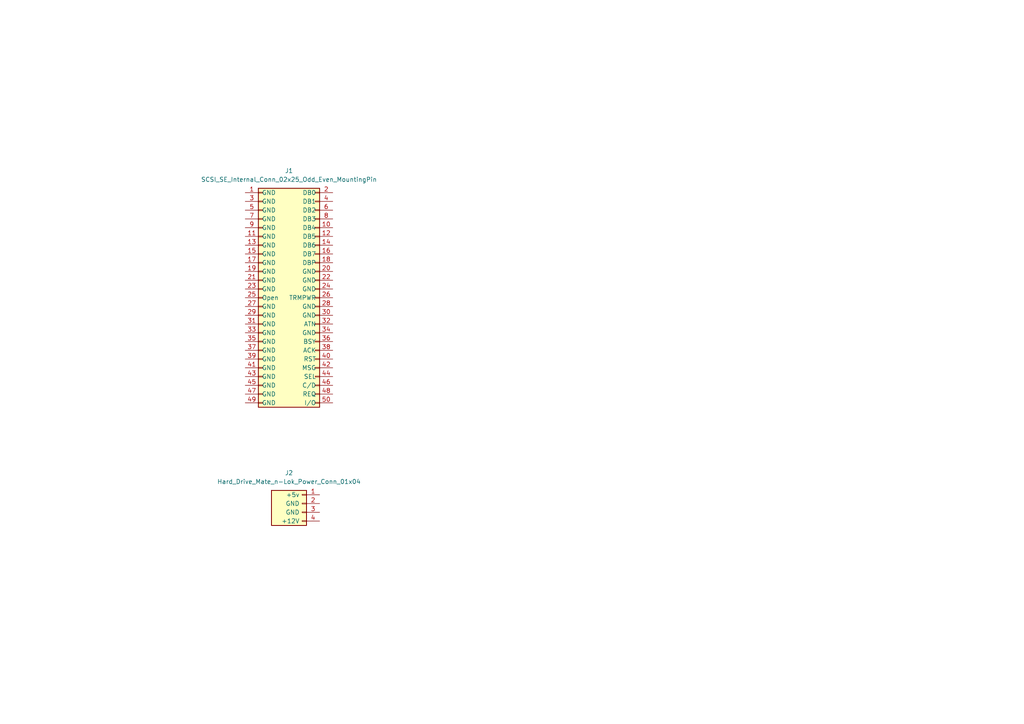
<source format=kicad_sch>
(kicad_sch (version 20211123) (generator eeschema)

  (uuid 401ead9c-288f-45c4-9f3b-dda29c514353)

  (paper "A4")

  (lib_symbols
    (symbol "project:Hard_Drive_Mate_n-Lok_Power_Conn_01x04" (pin_names (offset 2)) (in_bom yes) (on_board yes)
      (property "Reference" "J" (id 0) (at 0 6.35 0)
        (effects (font (size 1.27 1.27)))
      )
      (property "Value" "Hard_Drive_Mate_n-Lok_Power_Conn_01x04" (id 1) (at 0 -7.62 0)
        (effects (font (size 1.27 1.27)))
      )
      (property "Footprint" "" (id 2) (at 3.81 1.27 0)
        (effects (font (size 1.27 1.27)) hide)
      )
      (property "Datasheet" "~" (id 3) (at 3.81 1.27 0)
        (effects (font (size 1.27 1.27)) hide)
      )
      (property "ki_keywords" "connector" (id 4) (at 0 0 0)
        (effects (font (size 1.27 1.27)) hide)
      )
      (property "ki_description" "Generic connector, single row, 01x04, script generated (kicad-library-utils/schlib/autogen/connector/)" (id 5) (at 0 0 0)
        (effects (font (size 1.27 1.27)) hide)
      )
      (property "ki_fp_filters" "Connector*:*_1x??_*" (id 6) (at 0 0 0)
        (effects (font (size 1.27 1.27)) hide)
      )
      (symbol "Hard_Drive_Mate_n-Lok_Power_Conn_01x04_1_1"
        (rectangle (start -5.08 -5.08) (end 5.08 5.08)
          (stroke (width 0.254) (type default) (color 0 0 0 0))
          (fill (type background))
        )
        (rectangle (start 3.81 -3.937) (end 5.08 -3.683)
          (stroke (width 0.1524) (type default) (color 0 0 0 0))
          (fill (type none))
        )
        (rectangle (start 3.81 -1.397) (end 5.08 -1.143)
          (stroke (width 0.1524) (type default) (color 0 0 0 0))
          (fill (type none))
        )
        (rectangle (start 3.81 1.143) (end 5.08 1.397)
          (stroke (width 0.1524) (type default) (color 0 0 0 0))
          (fill (type none))
        )
        (rectangle (start 3.81 3.683) (end 5.08 3.937)
          (stroke (width 0.1524) (type default) (color 0 0 0 0))
          (fill (type none))
        )
        (pin output line (at 8.89 3.81 180) (length 3.81)
          (name "+5v" (effects (font (size 1.27 1.27))))
          (number "1" (effects (font (size 1.27 1.27))))
        )
        (pin power_out line (at 8.89 1.27 180) (length 3.81)
          (name "GND" (effects (font (size 1.27 1.27))))
          (number "2" (effects (font (size 1.27 1.27))))
        )
        (pin power_out line (at 8.89 -1.27 180) (length 3.81)
          (name "GND" (effects (font (size 1.27 1.27))))
          (number "3" (effects (font (size 1.27 1.27))))
        )
        (pin power_out line (at 8.89 -3.81 180) (length 3.81)
          (name "+12V" (effects (font (size 1.27 1.27))))
          (number "4" (effects (font (size 1.27 1.27))))
        )
      )
    )
    (symbol "project:SCSI_SE_Internal_Conn_02x25_Odd_Even_MountingPin" (pin_names (offset 1.016)) (in_bom yes) (on_board yes)
      (property "Reference" "J" (id 0) (at 0 33.02 0)
        (effects (font (size 1.27 1.27)))
      )
      (property "Value" "SCSI_SE_Internal_Conn_02x25_Odd_Even_MountingPin" (id 1) (at -24.13 -35.56 0)
        (effects (font (size 1.27 1.27)) (justify left))
      )
      (property "Footprint" "" (id 2) (at -7.62 0 0)
        (effects (font (size 1.27 1.27)) hide)
      )
      (property "Datasheet" "" (id 3) (at -7.62 0 0)
        (effects (font (size 1.27 1.27)) hide)
      )
      (property "ki_fp_filters" "Connector*:*_2x??-1MP*" (id 4) (at 0 0 0)
        (effects (font (size 1.27 1.27)) hide)
      )
      (symbol "SCSI_SE_Internal_Conn_02x25_Odd_Even_MountingPin_1_1"
        (rectangle (start -8.89 -30.353) (end -7.62 -30.607)
          (stroke (width 0.1524) (type default) (color 0 0 0 0))
          (fill (type none))
        )
        (rectangle (start -8.89 -27.813) (end -7.62 -28.067)
          (stroke (width 0.1524) (type default) (color 0 0 0 0))
          (fill (type none))
        )
        (rectangle (start -8.89 -25.273) (end -7.62 -25.527)
          (stroke (width 0.1524) (type default) (color 0 0 0 0))
          (fill (type none))
        )
        (rectangle (start -8.89 -22.733) (end -7.62 -22.987)
          (stroke (width 0.1524) (type default) (color 0 0 0 0))
          (fill (type none))
        )
        (rectangle (start -8.89 -20.193) (end -7.62 -20.447)
          (stroke (width 0.1524) (type default) (color 0 0 0 0))
          (fill (type none))
        )
        (rectangle (start -8.89 -17.653) (end -7.62 -17.907)
          (stroke (width 0.1524) (type default) (color 0 0 0 0))
          (fill (type none))
        )
        (rectangle (start -8.89 -15.113) (end -7.62 -15.367)
          (stroke (width 0.1524) (type default) (color 0 0 0 0))
          (fill (type none))
        )
        (rectangle (start -8.89 -12.573) (end -7.62 -12.827)
          (stroke (width 0.1524) (type default) (color 0 0 0 0))
          (fill (type none))
        )
        (rectangle (start -8.89 -10.033) (end -7.62 -10.287)
          (stroke (width 0.1524) (type default) (color 0 0 0 0))
          (fill (type none))
        )
        (rectangle (start -8.89 -7.493) (end -7.62 -7.747)
          (stroke (width 0.1524) (type default) (color 0 0 0 0))
          (fill (type none))
        )
        (rectangle (start -8.89 -4.953) (end -7.62 -5.207)
          (stroke (width 0.1524) (type default) (color 0 0 0 0))
          (fill (type none))
        )
        (rectangle (start -8.89 -2.413) (end -7.62 -2.667)
          (stroke (width 0.1524) (type default) (color 0 0 0 0))
          (fill (type none))
        )
        (rectangle (start -8.89 0.127) (end -7.62 -0.127)
          (stroke (width 0.1524) (type default) (color 0 0 0 0))
          (fill (type none))
        )
        (rectangle (start -8.89 2.667) (end -7.62 2.413)
          (stroke (width 0.1524) (type default) (color 0 0 0 0))
          (fill (type none))
        )
        (rectangle (start -8.89 5.207) (end -7.62 4.953)
          (stroke (width 0.1524) (type default) (color 0 0 0 0))
          (fill (type none))
        )
        (rectangle (start -8.89 7.747) (end -7.62 7.493)
          (stroke (width 0.1524) (type default) (color 0 0 0 0))
          (fill (type none))
        )
        (rectangle (start -8.89 10.287) (end -7.62 10.033)
          (stroke (width 0.1524) (type default) (color 0 0 0 0))
          (fill (type none))
        )
        (rectangle (start -8.89 12.827) (end -7.62 12.573)
          (stroke (width 0.1524) (type default) (color 0 0 0 0))
          (fill (type none))
        )
        (rectangle (start -8.89 15.367) (end -7.62 15.113)
          (stroke (width 0.1524) (type default) (color 0 0 0 0))
          (fill (type none))
        )
        (rectangle (start -8.89 17.907) (end -7.62 17.653)
          (stroke (width 0.1524) (type default) (color 0 0 0 0))
          (fill (type none))
        )
        (rectangle (start -8.89 20.447) (end -7.62 20.193)
          (stroke (width 0.1524) (type default) (color 0 0 0 0))
          (fill (type none))
        )
        (rectangle (start -8.89 22.987) (end -7.62 22.733)
          (stroke (width 0.1524) (type default) (color 0 0 0 0))
          (fill (type none))
        )
        (rectangle (start -8.89 25.527) (end -7.62 25.273)
          (stroke (width 0.1524) (type default) (color 0 0 0 0))
          (fill (type none))
        )
        (rectangle (start -8.89 28.067) (end -7.62 27.813)
          (stroke (width 0.1524) (type default) (color 0 0 0 0))
          (fill (type none))
        )
        (rectangle (start -8.89 30.607) (end -7.62 30.353)
          (stroke (width 0.1524) (type default) (color 0 0 0 0))
          (fill (type none))
        )
        (rectangle (start -8.89 31.75) (end 8.89 -31.75)
          (stroke (width 0.254) (type default) (color 0 0 0 0))
          (fill (type background))
        )
        (rectangle (start 8.89 -30.353) (end 7.62 -30.607)
          (stroke (width 0.1524) (type default) (color 0 0 0 0))
          (fill (type none))
        )
        (rectangle (start 8.89 -27.813) (end 7.62 -28.067)
          (stroke (width 0.1524) (type default) (color 0 0 0 0))
          (fill (type none))
        )
        (rectangle (start 8.89 -25.273) (end 7.62 -25.527)
          (stroke (width 0.1524) (type default) (color 0 0 0 0))
          (fill (type none))
        )
        (rectangle (start 8.89 -22.733) (end 7.62 -22.987)
          (stroke (width 0.1524) (type default) (color 0 0 0 0))
          (fill (type none))
        )
        (rectangle (start 8.89 -20.193) (end 7.62 -20.447)
          (stroke (width 0.1524) (type default) (color 0 0 0 0))
          (fill (type none))
        )
        (rectangle (start 8.89 -17.653) (end 7.62 -17.907)
          (stroke (width 0.1524) (type default) (color 0 0 0 0))
          (fill (type none))
        )
        (rectangle (start 8.89 -15.113) (end 7.62 -15.367)
          (stroke (width 0.1524) (type default) (color 0 0 0 0))
          (fill (type none))
        )
        (rectangle (start 8.89 -12.573) (end 7.62 -12.827)
          (stroke (width 0.1524) (type default) (color 0 0 0 0))
          (fill (type none))
        )
        (rectangle (start 8.89 -10.033) (end 7.62 -10.287)
          (stroke (width 0.1524) (type default) (color 0 0 0 0))
          (fill (type none))
        )
        (rectangle (start 8.89 -7.493) (end 7.62 -7.747)
          (stroke (width 0.1524) (type default) (color 0 0 0 0))
          (fill (type none))
        )
        (rectangle (start 8.89 -4.953) (end 7.62 -5.207)
          (stroke (width 0.1524) (type default) (color 0 0 0 0))
          (fill (type none))
        )
        (rectangle (start 8.89 -2.413) (end 7.62 -2.667)
          (stroke (width 0.1524) (type default) (color 0 0 0 0))
          (fill (type none))
        )
        (rectangle (start 8.89 0.127) (end 7.62 -0.127)
          (stroke (width 0.1524) (type default) (color 0 0 0 0))
          (fill (type none))
        )
        (rectangle (start 8.89 2.667) (end 7.62 2.413)
          (stroke (width 0.1524) (type default) (color 0 0 0 0))
          (fill (type none))
        )
        (rectangle (start 8.89 5.207) (end 7.62 4.953)
          (stroke (width 0.1524) (type default) (color 0 0 0 0))
          (fill (type none))
        )
        (rectangle (start 8.89 7.747) (end 7.62 7.493)
          (stroke (width 0.1524) (type default) (color 0 0 0 0))
          (fill (type none))
        )
        (rectangle (start 8.89 10.287) (end 7.62 10.033)
          (stroke (width 0.1524) (type default) (color 0 0 0 0))
          (fill (type none))
        )
        (rectangle (start 8.89 12.827) (end 7.62 12.573)
          (stroke (width 0.1524) (type default) (color 0 0 0 0))
          (fill (type none))
        )
        (rectangle (start 8.89 15.367) (end 7.62 15.113)
          (stroke (width 0.1524) (type default) (color 0 0 0 0))
          (fill (type none))
        )
        (rectangle (start 8.89 17.907) (end 7.62 17.653)
          (stroke (width 0.1524) (type default) (color 0 0 0 0))
          (fill (type none))
        )
        (rectangle (start 8.89 20.447) (end 7.62 20.193)
          (stroke (width 0.1524) (type default) (color 0 0 0 0))
          (fill (type none))
        )
        (rectangle (start 8.89 22.987) (end 7.62 22.733)
          (stroke (width 0.1524) (type default) (color 0 0 0 0))
          (fill (type none))
        )
        (rectangle (start 8.89 25.527) (end 7.62 25.273)
          (stroke (width 0.1524) (type default) (color 0 0 0 0))
          (fill (type none))
        )
        (rectangle (start 8.89 28.067) (end 7.62 27.813)
          (stroke (width 0.1524) (type default) (color 0 0 0 0))
          (fill (type none))
        )
        (rectangle (start 8.89 30.607) (end 7.62 30.353)
          (stroke (width 0.1524) (type default) (color 0 0 0 0))
          (fill (type none))
        )
        (pin passive line (at -12.7 30.48 0) (length 3.81)
          (name "GND" (effects (font (size 1.27 1.27))))
          (number "1" (effects (font (size 1.27 1.27))))
        )
        (pin bidirectional line (at 12.7 20.32 180) (length 3.81)
          (name "DB4" (effects (font (size 1.27 1.27))))
          (number "10" (effects (font (size 1.27 1.27))))
        )
        (pin passive line (at -12.7 17.78 0) (length 3.81)
          (name "GND" (effects (font (size 1.27 1.27))))
          (number "11" (effects (font (size 1.27 1.27))))
        )
        (pin bidirectional line (at 12.7 17.78 180) (length 3.81)
          (name "DB5" (effects (font (size 1.27 1.27))))
          (number "12" (effects (font (size 1.27 1.27))))
        )
        (pin passive line (at -12.7 15.24 0) (length 3.81)
          (name "GND" (effects (font (size 1.27 1.27))))
          (number "13" (effects (font (size 1.27 1.27))))
        )
        (pin bidirectional line (at 12.7 15.24 180) (length 3.81)
          (name "DB6" (effects (font (size 1.27 1.27))))
          (number "14" (effects (font (size 1.27 1.27))))
        )
        (pin passive line (at -12.7 12.7 0) (length 3.81)
          (name "GND" (effects (font (size 1.27 1.27))))
          (number "15" (effects (font (size 1.27 1.27))))
        )
        (pin bidirectional line (at 12.7 12.7 180) (length 3.81)
          (name "DB7" (effects (font (size 1.27 1.27))))
          (number "16" (effects (font (size 1.27 1.27))))
        )
        (pin passive line (at -12.7 10.16 0) (length 3.81)
          (name "GND" (effects (font (size 1.27 1.27))))
          (number "17" (effects (font (size 1.27 1.27))))
        )
        (pin bidirectional line (at 12.7 10.16 180) (length 3.81)
          (name "DBP" (effects (font (size 1.27 1.27))))
          (number "18" (effects (font (size 1.27 1.27))))
        )
        (pin passive line (at -12.7 7.62 0) (length 3.81)
          (name "GND" (effects (font (size 1.27 1.27))))
          (number "19" (effects (font (size 1.27 1.27))))
        )
        (pin bidirectional line (at 12.7 30.48 180) (length 3.81)
          (name "DB0" (effects (font (size 1.27 1.27))))
          (number "2" (effects (font (size 1.27 1.27))))
        )
        (pin passive line (at 12.7 7.62 180) (length 3.81)
          (name "GND" (effects (font (size 1.27 1.27))))
          (number "20" (effects (font (size 1.27 1.27))))
        )
        (pin passive line (at -12.7 5.08 0) (length 3.81)
          (name "GND" (effects (font (size 1.27 1.27))))
          (number "21" (effects (font (size 1.27 1.27))))
        )
        (pin passive line (at 12.7 5.08 180) (length 3.81)
          (name "GND" (effects (font (size 1.27 1.27))))
          (number "22" (effects (font (size 1.27 1.27))))
        )
        (pin passive line (at -12.7 2.54 0) (length 3.81)
          (name "GND" (effects (font (size 1.27 1.27))))
          (number "23" (effects (font (size 1.27 1.27))))
        )
        (pin passive line (at 12.7 2.54 180) (length 3.81)
          (name "GND" (effects (font (size 1.27 1.27))))
          (number "24" (effects (font (size 1.27 1.27))))
        )
        (pin passive line (at -12.7 0 0) (length 3.81)
          (name "Open" (effects (font (size 1.27 1.27))))
          (number "25" (effects (font (size 1.27 1.27))))
        )
        (pin bidirectional line (at 12.7 0 180) (length 3.81)
          (name "TRMPWR" (effects (font (size 1.27 1.27))))
          (number "26" (effects (font (size 1.27 1.27))))
        )
        (pin passive line (at -12.7 -2.54 0) (length 3.81)
          (name "GND" (effects (font (size 1.27 1.27))))
          (number "27" (effects (font (size 1.27 1.27))))
        )
        (pin passive line (at 12.7 -2.54 180) (length 3.81)
          (name "GND" (effects (font (size 1.27 1.27))))
          (number "28" (effects (font (size 1.27 1.27))))
        )
        (pin passive line (at -12.7 -5.08 0) (length 3.81)
          (name "GND" (effects (font (size 1.27 1.27))))
          (number "29" (effects (font (size 1.27 1.27))))
        )
        (pin passive line (at -12.7 27.94 0) (length 3.81)
          (name "GND" (effects (font (size 1.27 1.27))))
          (number "3" (effects (font (size 1.27 1.27))))
        )
        (pin bidirectional line (at 12.7 -5.08 180) (length 3.81)
          (name "GND" (effects (font (size 1.27 1.27))))
          (number "30" (effects (font (size 1.27 1.27))))
        )
        (pin passive line (at -12.7 -7.62 0) (length 3.81)
          (name "GND" (effects (font (size 1.27 1.27))))
          (number "31" (effects (font (size 1.27 1.27))))
        )
        (pin input line (at 12.7 -7.62 180) (length 3.81)
          (name "ATN" (effects (font (size 1.27 1.27))))
          (number "32" (effects (font (size 1.27 1.27))))
        )
        (pin passive line (at -12.7 -10.16 0) (length 3.81)
          (name "GND" (effects (font (size 1.27 1.27))))
          (number "33" (effects (font (size 1.27 1.27))))
        )
        (pin passive line (at 12.7 -10.16 180) (length 3.81)
          (name "GND" (effects (font (size 1.27 1.27))))
          (number "34" (effects (font (size 1.27 1.27))))
        )
        (pin passive line (at -12.7 -12.7 0) (length 3.81)
          (name "GND" (effects (font (size 1.27 1.27))))
          (number "35" (effects (font (size 1.27 1.27))))
        )
        (pin bidirectional line (at 12.7 -12.7 180) (length 3.81)
          (name "BSY" (effects (font (size 1.27 1.27))))
          (number "36" (effects (font (size 1.27 1.27))))
        )
        (pin passive line (at -12.7 -15.24 0) (length 3.81)
          (name "GND" (effects (font (size 1.27 1.27))))
          (number "37" (effects (font (size 1.27 1.27))))
        )
        (pin input line (at 12.7 -15.24 180) (length 3.81)
          (name "ACK" (effects (font (size 1.27 1.27))))
          (number "38" (effects (font (size 1.27 1.27))))
        )
        (pin passive line (at -12.7 -17.78 0) (length 3.81)
          (name "GND" (effects (font (size 1.27 1.27))))
          (number "39" (effects (font (size 1.27 1.27))))
        )
        (pin bidirectional line (at 12.7 27.94 180) (length 3.81)
          (name "DB1" (effects (font (size 1.27 1.27))))
          (number "4" (effects (font (size 1.27 1.27))))
        )
        (pin bidirectional line (at 12.7 -17.78 180) (length 3.81)
          (name "RST" (effects (font (size 1.27 1.27))))
          (number "40" (effects (font (size 1.27 1.27))))
        )
        (pin passive line (at -12.7 -20.32 0) (length 3.81)
          (name "GND" (effects (font (size 1.27 1.27))))
          (number "41" (effects (font (size 1.27 1.27))))
        )
        (pin output line (at 12.7 -20.32 180) (length 3.81)
          (name "MSG" (effects (font (size 1.27 1.27))))
          (number "42" (effects (font (size 1.27 1.27))))
        )
        (pin passive line (at -12.7 -22.86 0) (length 3.81)
          (name "GND" (effects (font (size 1.27 1.27))))
          (number "43" (effects (font (size 1.27 1.27))))
        )
        (pin bidirectional line (at 12.7 -22.86 180) (length 3.81)
          (name "SEL" (effects (font (size 1.27 1.27))))
          (number "44" (effects (font (size 1.27 1.27))))
        )
        (pin passive line (at -12.7 -25.4 0) (length 3.81)
          (name "GND" (effects (font (size 1.27 1.27))))
          (number "45" (effects (font (size 1.27 1.27))))
        )
        (pin output line (at 12.7 -25.4 180) (length 3.81)
          (name "C/D" (effects (font (size 1.27 1.27))))
          (number "46" (effects (font (size 1.27 1.27))))
        )
        (pin passive line (at -12.7 -27.94 0) (length 3.81)
          (name "GND" (effects (font (size 1.27 1.27))))
          (number "47" (effects (font (size 1.27 1.27))))
        )
        (pin output line (at 12.7 -27.94 180) (length 3.81)
          (name "REQ" (effects (font (size 1.27 1.27))))
          (number "48" (effects (font (size 1.27 1.27))))
        )
        (pin passive line (at -12.7 -30.48 0) (length 3.81)
          (name "GND" (effects (font (size 1.27 1.27))))
          (number "49" (effects (font (size 1.27 1.27))))
        )
        (pin passive line (at -12.7 25.4 0) (length 3.81)
          (name "GND" (effects (font (size 1.27 1.27))))
          (number "5" (effects (font (size 1.27 1.27))))
        )
        (pin bidirectional line (at 12.7 -30.48 180) (length 3.81)
          (name "I/O" (effects (font (size 1.27 1.27))))
          (number "50" (effects (font (size 1.27 1.27))))
        )
        (pin bidirectional line (at 12.7 25.4 180) (length 3.81)
          (name "DB2" (effects (font (size 1.27 1.27))))
          (number "6" (effects (font (size 1.27 1.27))))
        )
        (pin passive line (at -12.7 22.86 0) (length 3.81)
          (name "GND" (effects (font (size 1.27 1.27))))
          (number "7" (effects (font (size 1.27 1.27))))
        )
        (pin bidirectional line (at 12.7 22.86 180) (length 3.81)
          (name "DB3" (effects (font (size 1.27 1.27))))
          (number "8" (effects (font (size 1.27 1.27))))
        )
        (pin passive line (at -12.7 20.32 0) (length 3.81)
          (name "GND" (effects (font (size 1.27 1.27))))
          (number "9" (effects (font (size 1.27 1.27))))
        )
      )
    )
  )


  (symbol (lib_id "project:Hard_Drive_Mate_n-Lok_Power_Conn_01x04") (at 83.82 147.32 0) (unit 1)
    (in_bom yes) (on_board yes) (fields_autoplaced)
    (uuid aaffafd5-11ef-4a73-a6cf-129e1b846e12)
    (property "Reference" "J2" (id 0) (at 83.82 137.16 0))
    (property "Value" "Hard_Drive_Mate_n-Lok_Power_Conn_01x04" (id 1) (at 83.82 139.7 0))
    (property "Footprint" "project:TE_MATE-N-LOK_350211-1_1x04_P5.08mm_Edge" (id 2) (at 87.63 146.05 0)
      (effects (font (size 1.27 1.27)) hide)
    )
    (property "Datasheet" "~" (id 3) (at 87.63 146.05 0)
      (effects (font (size 1.27 1.27)) hide)
    )
    (pin "1" (uuid 20f284fd-b08c-484b-a7a6-28a4ddcdda57))
    (pin "2" (uuid e9a97804-9a2e-40e9-98b7-248a75b44069))
    (pin "3" (uuid 15ee95a9-89eb-4f0b-b09f-fbbfbc882713))
    (pin "4" (uuid b1473682-dfbd-442d-aa67-e5be2ff21413))
  )

  (symbol (lib_id "project:SCSI_SE_Internal_Conn_02x25_Odd_Even_MountingPin") (at 83.82 86.36 0) (unit 1)
    (in_bom yes) (on_board yes) (fields_autoplaced)
    (uuid c04ef732-5e27-4bd0-ad87-7d3ba304d567)
    (property "Reference" "J1" (id 0) (at 83.82 49.53 0))
    (property "Value" "SCSI_SE_Internal_Conn_02x25_Odd_Even_MountingPin" (id 1) (at 83.82 52.07 0))
    (property "Footprint" "project:IDC-Header_2x25_P2.54mm_Edge" (id 2) (at 76.2 86.36 0)
      (effects (font (size 1.27 1.27)) hide)
    )
    (property "Datasheet" "" (id 3) (at 76.2 86.36 0)
      (effects (font (size 1.27 1.27)) hide)
    )
    (pin "1" (uuid b4f450ab-b735-476c-8f93-e4551a5b7880))
    (pin "10" (uuid 17bfdb20-aa47-47ba-83eb-45d75f1255ea))
    (pin "11" (uuid dd64de23-f859-428f-a732-e18e01786856))
    (pin "12" (uuid 39488ef3-7f66-4ecd-ac74-6f5181b9d116))
    (pin "13" (uuid d72b923e-92d1-4850-80c5-056cf2744860))
    (pin "14" (uuid 2efe1aee-756e-426a-9aaf-4705da3a9b20))
    (pin "15" (uuid a7bb0c51-40de-4394-bbb8-0692ba00314d))
    (pin "16" (uuid eb0e98ad-b69b-479f-aa89-faaa3b433a5c))
    (pin "17" (uuid 6b853e66-561e-4194-ac5c-a7a138a2838d))
    (pin "18" (uuid d7ed74dc-8482-47f1-a7ae-0ba2ea6516c4))
    (pin "19" (uuid 4ecb8a62-61c5-44b1-a68a-a90308ffadc6))
    (pin "2" (uuid 27228b29-2f1b-4f28-8b29-a8196174d711))
    (pin "20" (uuid 99e13536-f34f-4b82-97c3-153c793256e6))
    (pin "21" (uuid d76303b1-4cc0-4386-9547-476a992ae502))
    (pin "22" (uuid 76d753e4-777b-406b-b0e8-661830ed1738))
    (pin "23" (uuid c1c20405-5285-446a-83db-636b530c834c))
    (pin "24" (uuid 187d71b3-8efd-424b-8b1f-c65b35d090fc))
    (pin "25" (uuid 269996c8-d561-4dd8-a002-87c8dd854e52))
    (pin "26" (uuid c248b323-a835-4777-ab4c-e94fd7259afe))
    (pin "27" (uuid 35f3eeb0-d1d3-4d10-93bd-5bd5a50c6dc2))
    (pin "28" (uuid b5480c38-1058-4189-ab5f-a98423d7aff8))
    (pin "29" (uuid cdf7704d-e22d-401e-9df9-81ef82bb6af5))
    (pin "3" (uuid 4e8ab04c-67d7-4373-98de-833816361f89))
    (pin "30" (uuid 2b4fe2a1-79a3-4308-bb43-420443045232))
    (pin "31" (uuid d02c51ae-0ca7-4d4f-82f0-672f25883a8a))
    (pin "32" (uuid 61364b56-e2b8-414f-8355-2122b5454e72))
    (pin "33" (uuid 4d0a9d51-7471-4600-b87f-0824cfa58d5d))
    (pin "34" (uuid 7c350219-0af8-4448-bf2a-14e32b42b742))
    (pin "35" (uuid bff2a78c-7562-4197-8be0-95d14f43400c))
    (pin "36" (uuid d1556d0d-c8e1-45ea-ae03-d1cd571b38fe))
    (pin "37" (uuid 13742f24-3393-4637-ba68-a17fc082f6e6))
    (pin "38" (uuid b8bc3bd6-a104-489e-aa29-c0da238b1603))
    (pin "39" (uuid 2f2e277a-3ed4-43f9-999c-b7ee8cbe1849))
    (pin "4" (uuid 83a41f25-c42f-4204-96d3-af849bb0f098))
    (pin "40" (uuid 52b29fb4-eb7f-4b12-9e22-d3bdabb6e50e))
    (pin "41" (uuid 4de145c8-8a0d-4cb9-bb9a-5870bb276cf8))
    (pin "42" (uuid f42965ec-766e-48fa-9f19-82e138d5a3e0))
    (pin "43" (uuid 26d3c632-857f-4449-a223-b9f41f30307e))
    (pin "44" (uuid 810e786d-d342-4c11-b38d-244005223073))
    (pin "45" (uuid c88b2080-d71f-4b89-9e55-e07d9de2e61d))
    (pin "46" (uuid 1be7e932-d374-4414-949e-8af27c62c341))
    (pin "47" (uuid 0fe8cea6-316a-4aa6-98ab-d2ba9bd6766a))
    (pin "48" (uuid ead46272-4bcd-471e-98de-8e6bc7285b95))
    (pin "49" (uuid 1fc0a35e-b517-4b94-89cb-b2b9bbdf8312))
    (pin "5" (uuid 12963e0f-7788-406c-9bb5-13cd254332da))
    (pin "50" (uuid cd164866-a131-4160-b953-a5dac7f1e2fc))
    (pin "6" (uuid 8afd1a8b-c46c-473b-a412-899fc9028b73))
    (pin "7" (uuid 39da0b79-888b-4c3d-97b1-43651b468044))
    (pin "8" (uuid e62e35c1-f1c7-4a50-8d20-f027745bceae))
    (pin "9" (uuid df910d54-ec26-4638-9db5-0d96729d1c92))
  )

  (sheet_instances
    (path "/" (page "1"))
  )

  (symbol_instances
    (path "/c04ef732-5e27-4bd0-ad87-7d3ba304d567"
      (reference "J1") (unit 1) (value "SCSI_SE_Internal_Conn_02x25_Odd_Even_MountingPin") (footprint "project:IDC-Header_2x25_P2.54mm_Edge")
    )
    (path "/aaffafd5-11ef-4a73-a6cf-129e1b846e12"
      (reference "J2") (unit 1) (value "Hard_Drive_Mate_n-Lok_Power_Conn_01x04") (footprint "project:TE_MATE-N-LOK_350211-1_1x04_P5.08mm_Edge")
    )
  )
)

</source>
